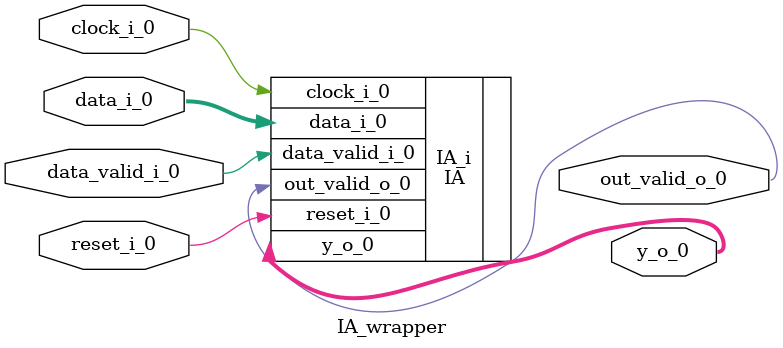
<source format=v>
`timescale 1 ps / 1 ps

module IA_wrapper
   (clock_i_0,
    data_i_0,
    data_valid_i_0,
    out_valid_o_0,
    reset_i_0,
    y_o_0);
  input clock_i_0;
  input [1447:0]data_i_0;
  input data_valid_i_0;
  output out_valid_o_0;
  input reset_i_0;
  output [1023:0]y_o_0;

  wire clock_i_0;
  wire [1447:0]data_i_0;
  wire data_valid_i_0;
  wire out_valid_o_0;
  wire reset_i_0;
  wire [1023:0]y_o_0;

  IA IA_i
       (.clock_i_0(clock_i_0),
        .data_i_0(data_i_0),
        .data_valid_i_0(data_valid_i_0),
        .out_valid_o_0(out_valid_o_0),
        .reset_i_0(reset_i_0),
        .y_o_0(y_o_0));
endmodule

</source>
